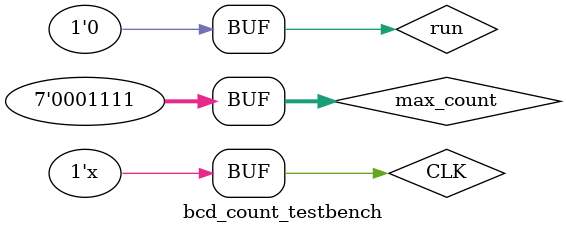
<source format=v>
`timescale 1ns / 1ps


module bcd_count_testbench;

	// Inputs
	reg [6:0] max_count;
	reg CLK;
	reg run;

	// Outputs
	wire [3:0] digit_1;
	wire [3:0] digit_2;

	// Instantiate the Unit Under Test (UUT)
	bcd_count_7 uut (
		.max_count(max_count), 
		.CLK(CLK), 
		.run(run), 
		.digit_1(digit_1), 
		.digit_2(digit_2)
	);
	
	initial begin
		// Initialize Inputs
		max_count = 0;
		run = 0;
		CLK = 0;

		// Wait 100 ns for global reset to finish
		#100;
        
		// Test 1: count to 10
		max_count = 10;
		#50;
		run = 1;
		#400;
		
		// Test 2: Count to 26, changing max_count while counting.
		max_count = 26;
		#10;
		run = 0;
		#20;
		run = 1;
		#100;
		max_count = 10;
		#100;
		max_count = 6;
		#100;
		max_count = 15;
		#250;
		
		// Test 3: Set run to 0 before reaching max_count;
		run = 0;
		#20;
		run = 1;
		#200;
		run = 0;		

	end
	
	// Generate clock
	always begin
		CLK = #10 ~CLK;
	end
      
endmodule


</source>
